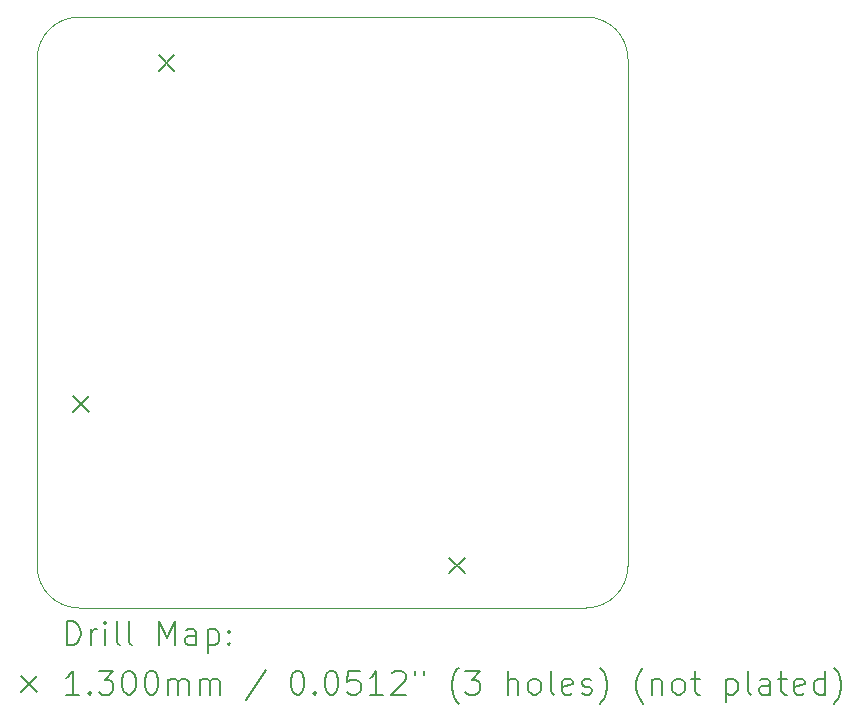
<source format=gbr>
%FSLAX45Y45*%
G04 Gerber Fmt 4.5, Leading zero omitted, Abs format (unit mm)*
G04 Created by KiCad (PCBNEW (6.0.2)) date 2022-07-14 22:42:06*
%MOMM*%
%LPD*%
G01*
G04 APERTURE LIST*
%TA.AperFunction,Profile*%
%ADD10C,0.100000*%
%TD*%
%ADD11C,0.200000*%
%ADD12C,0.130000*%
G04 APERTURE END LIST*
D10*
X10500000Y-3350000D02*
G75*
G03*
X10150000Y-3000000I-350000J0D01*
G01*
X5850000Y-3000000D02*
G75*
G03*
X5500000Y-3350000I0J-350000D01*
G01*
X10150000Y-8000000D02*
X5850000Y-8000000D01*
X5500000Y-7650000D02*
X5500000Y-3350000D01*
X5500000Y-7650000D02*
G75*
G03*
X5850000Y-8000000I350000J0D01*
G01*
X5850000Y-3000000D02*
X10150000Y-3000000D01*
X10500000Y-3350000D02*
X10500000Y-7650000D01*
X10150000Y-8000000D02*
G75*
G03*
X10500000Y-7650000I0J350000D01*
G01*
D11*
D12*
X5806000Y-6210000D02*
X5936000Y-6340000D01*
X5936000Y-6210000D02*
X5806000Y-6340000D01*
X6527500Y-3321500D02*
X6657500Y-3451500D01*
X6657500Y-3321500D02*
X6527500Y-3451500D01*
X8989000Y-7580000D02*
X9119000Y-7710000D01*
X9119000Y-7580000D02*
X8989000Y-7710000D01*
D11*
X5752619Y-8315476D02*
X5752619Y-8115476D01*
X5800238Y-8115476D01*
X5828809Y-8125000D01*
X5847857Y-8144048D01*
X5857381Y-8163095D01*
X5866905Y-8201190D01*
X5866905Y-8229762D01*
X5857381Y-8267857D01*
X5847857Y-8286905D01*
X5828809Y-8305952D01*
X5800238Y-8315476D01*
X5752619Y-8315476D01*
X5952619Y-8315476D02*
X5952619Y-8182143D01*
X5952619Y-8220238D02*
X5962143Y-8201190D01*
X5971667Y-8191667D01*
X5990714Y-8182143D01*
X6009762Y-8182143D01*
X6076428Y-8315476D02*
X6076428Y-8182143D01*
X6076428Y-8115476D02*
X6066905Y-8125000D01*
X6076428Y-8134524D01*
X6085952Y-8125000D01*
X6076428Y-8115476D01*
X6076428Y-8134524D01*
X6200238Y-8315476D02*
X6181190Y-8305952D01*
X6171667Y-8286905D01*
X6171667Y-8115476D01*
X6305000Y-8315476D02*
X6285952Y-8305952D01*
X6276428Y-8286905D01*
X6276428Y-8115476D01*
X6533571Y-8315476D02*
X6533571Y-8115476D01*
X6600238Y-8258333D01*
X6666905Y-8115476D01*
X6666905Y-8315476D01*
X6847857Y-8315476D02*
X6847857Y-8210714D01*
X6838333Y-8191667D01*
X6819286Y-8182143D01*
X6781190Y-8182143D01*
X6762143Y-8191667D01*
X6847857Y-8305952D02*
X6828809Y-8315476D01*
X6781190Y-8315476D01*
X6762143Y-8305952D01*
X6752619Y-8286905D01*
X6752619Y-8267857D01*
X6762143Y-8248809D01*
X6781190Y-8239286D01*
X6828809Y-8239286D01*
X6847857Y-8229762D01*
X6943095Y-8182143D02*
X6943095Y-8382143D01*
X6943095Y-8191667D02*
X6962143Y-8182143D01*
X7000238Y-8182143D01*
X7019286Y-8191667D01*
X7028809Y-8201190D01*
X7038333Y-8220238D01*
X7038333Y-8277381D01*
X7028809Y-8296428D01*
X7019286Y-8305952D01*
X7000238Y-8315476D01*
X6962143Y-8315476D01*
X6943095Y-8305952D01*
X7124048Y-8296428D02*
X7133571Y-8305952D01*
X7124048Y-8315476D01*
X7114524Y-8305952D01*
X7124048Y-8296428D01*
X7124048Y-8315476D01*
X7124048Y-8191667D02*
X7133571Y-8201190D01*
X7124048Y-8210714D01*
X7114524Y-8201190D01*
X7124048Y-8191667D01*
X7124048Y-8210714D01*
D12*
X5365000Y-8580000D02*
X5495000Y-8710000D01*
X5495000Y-8580000D02*
X5365000Y-8710000D01*
D11*
X5857381Y-8735476D02*
X5743095Y-8735476D01*
X5800238Y-8735476D02*
X5800238Y-8535476D01*
X5781190Y-8564048D01*
X5762143Y-8583095D01*
X5743095Y-8592619D01*
X5943095Y-8716429D02*
X5952619Y-8725952D01*
X5943095Y-8735476D01*
X5933571Y-8725952D01*
X5943095Y-8716429D01*
X5943095Y-8735476D01*
X6019286Y-8535476D02*
X6143095Y-8535476D01*
X6076428Y-8611667D01*
X6105000Y-8611667D01*
X6124048Y-8621190D01*
X6133571Y-8630714D01*
X6143095Y-8649762D01*
X6143095Y-8697381D01*
X6133571Y-8716429D01*
X6124048Y-8725952D01*
X6105000Y-8735476D01*
X6047857Y-8735476D01*
X6028809Y-8725952D01*
X6019286Y-8716429D01*
X6266905Y-8535476D02*
X6285952Y-8535476D01*
X6305000Y-8545000D01*
X6314524Y-8554524D01*
X6324048Y-8573571D01*
X6333571Y-8611667D01*
X6333571Y-8659286D01*
X6324048Y-8697381D01*
X6314524Y-8716429D01*
X6305000Y-8725952D01*
X6285952Y-8735476D01*
X6266905Y-8735476D01*
X6247857Y-8725952D01*
X6238333Y-8716429D01*
X6228809Y-8697381D01*
X6219286Y-8659286D01*
X6219286Y-8611667D01*
X6228809Y-8573571D01*
X6238333Y-8554524D01*
X6247857Y-8545000D01*
X6266905Y-8535476D01*
X6457381Y-8535476D02*
X6476428Y-8535476D01*
X6495476Y-8545000D01*
X6505000Y-8554524D01*
X6514524Y-8573571D01*
X6524048Y-8611667D01*
X6524048Y-8659286D01*
X6514524Y-8697381D01*
X6505000Y-8716429D01*
X6495476Y-8725952D01*
X6476428Y-8735476D01*
X6457381Y-8735476D01*
X6438333Y-8725952D01*
X6428809Y-8716429D01*
X6419286Y-8697381D01*
X6409762Y-8659286D01*
X6409762Y-8611667D01*
X6419286Y-8573571D01*
X6428809Y-8554524D01*
X6438333Y-8545000D01*
X6457381Y-8535476D01*
X6609762Y-8735476D02*
X6609762Y-8602143D01*
X6609762Y-8621190D02*
X6619286Y-8611667D01*
X6638333Y-8602143D01*
X6666905Y-8602143D01*
X6685952Y-8611667D01*
X6695476Y-8630714D01*
X6695476Y-8735476D01*
X6695476Y-8630714D02*
X6705000Y-8611667D01*
X6724048Y-8602143D01*
X6752619Y-8602143D01*
X6771667Y-8611667D01*
X6781190Y-8630714D01*
X6781190Y-8735476D01*
X6876428Y-8735476D02*
X6876428Y-8602143D01*
X6876428Y-8621190D02*
X6885952Y-8611667D01*
X6905000Y-8602143D01*
X6933571Y-8602143D01*
X6952619Y-8611667D01*
X6962143Y-8630714D01*
X6962143Y-8735476D01*
X6962143Y-8630714D02*
X6971667Y-8611667D01*
X6990714Y-8602143D01*
X7019286Y-8602143D01*
X7038333Y-8611667D01*
X7047857Y-8630714D01*
X7047857Y-8735476D01*
X7438333Y-8525952D02*
X7266905Y-8783095D01*
X7695476Y-8535476D02*
X7714524Y-8535476D01*
X7733571Y-8545000D01*
X7743095Y-8554524D01*
X7752619Y-8573571D01*
X7762143Y-8611667D01*
X7762143Y-8659286D01*
X7752619Y-8697381D01*
X7743095Y-8716429D01*
X7733571Y-8725952D01*
X7714524Y-8735476D01*
X7695476Y-8735476D01*
X7676428Y-8725952D01*
X7666905Y-8716429D01*
X7657381Y-8697381D01*
X7647857Y-8659286D01*
X7647857Y-8611667D01*
X7657381Y-8573571D01*
X7666905Y-8554524D01*
X7676428Y-8545000D01*
X7695476Y-8535476D01*
X7847857Y-8716429D02*
X7857381Y-8725952D01*
X7847857Y-8735476D01*
X7838333Y-8725952D01*
X7847857Y-8716429D01*
X7847857Y-8735476D01*
X7981190Y-8535476D02*
X8000238Y-8535476D01*
X8019286Y-8545000D01*
X8028809Y-8554524D01*
X8038333Y-8573571D01*
X8047857Y-8611667D01*
X8047857Y-8659286D01*
X8038333Y-8697381D01*
X8028809Y-8716429D01*
X8019286Y-8725952D01*
X8000238Y-8735476D01*
X7981190Y-8735476D01*
X7962143Y-8725952D01*
X7952619Y-8716429D01*
X7943095Y-8697381D01*
X7933571Y-8659286D01*
X7933571Y-8611667D01*
X7943095Y-8573571D01*
X7952619Y-8554524D01*
X7962143Y-8545000D01*
X7981190Y-8535476D01*
X8228809Y-8535476D02*
X8133571Y-8535476D01*
X8124048Y-8630714D01*
X8133571Y-8621190D01*
X8152619Y-8611667D01*
X8200238Y-8611667D01*
X8219286Y-8621190D01*
X8228809Y-8630714D01*
X8238333Y-8649762D01*
X8238333Y-8697381D01*
X8228809Y-8716429D01*
X8219286Y-8725952D01*
X8200238Y-8735476D01*
X8152619Y-8735476D01*
X8133571Y-8725952D01*
X8124048Y-8716429D01*
X8428810Y-8735476D02*
X8314524Y-8735476D01*
X8371667Y-8735476D02*
X8371667Y-8535476D01*
X8352619Y-8564048D01*
X8333571Y-8583095D01*
X8314524Y-8592619D01*
X8505000Y-8554524D02*
X8514524Y-8545000D01*
X8533571Y-8535476D01*
X8581190Y-8535476D01*
X8600238Y-8545000D01*
X8609762Y-8554524D01*
X8619286Y-8573571D01*
X8619286Y-8592619D01*
X8609762Y-8621190D01*
X8495476Y-8735476D01*
X8619286Y-8735476D01*
X8695476Y-8535476D02*
X8695476Y-8573571D01*
X8771667Y-8535476D02*
X8771667Y-8573571D01*
X9066905Y-8811667D02*
X9057381Y-8802143D01*
X9038333Y-8773571D01*
X9028810Y-8754524D01*
X9019286Y-8725952D01*
X9009762Y-8678333D01*
X9009762Y-8640238D01*
X9019286Y-8592619D01*
X9028810Y-8564048D01*
X9038333Y-8545000D01*
X9057381Y-8516429D01*
X9066905Y-8506905D01*
X9124048Y-8535476D02*
X9247857Y-8535476D01*
X9181190Y-8611667D01*
X9209762Y-8611667D01*
X9228810Y-8621190D01*
X9238333Y-8630714D01*
X9247857Y-8649762D01*
X9247857Y-8697381D01*
X9238333Y-8716429D01*
X9228810Y-8725952D01*
X9209762Y-8735476D01*
X9152619Y-8735476D01*
X9133571Y-8725952D01*
X9124048Y-8716429D01*
X9485952Y-8735476D02*
X9485952Y-8535476D01*
X9571667Y-8735476D02*
X9571667Y-8630714D01*
X9562143Y-8611667D01*
X9543095Y-8602143D01*
X9514524Y-8602143D01*
X9495476Y-8611667D01*
X9485952Y-8621190D01*
X9695476Y-8735476D02*
X9676429Y-8725952D01*
X9666905Y-8716429D01*
X9657381Y-8697381D01*
X9657381Y-8640238D01*
X9666905Y-8621190D01*
X9676429Y-8611667D01*
X9695476Y-8602143D01*
X9724048Y-8602143D01*
X9743095Y-8611667D01*
X9752619Y-8621190D01*
X9762143Y-8640238D01*
X9762143Y-8697381D01*
X9752619Y-8716429D01*
X9743095Y-8725952D01*
X9724048Y-8735476D01*
X9695476Y-8735476D01*
X9876429Y-8735476D02*
X9857381Y-8725952D01*
X9847857Y-8706905D01*
X9847857Y-8535476D01*
X10028810Y-8725952D02*
X10009762Y-8735476D01*
X9971667Y-8735476D01*
X9952619Y-8725952D01*
X9943095Y-8706905D01*
X9943095Y-8630714D01*
X9952619Y-8611667D01*
X9971667Y-8602143D01*
X10009762Y-8602143D01*
X10028810Y-8611667D01*
X10038333Y-8630714D01*
X10038333Y-8649762D01*
X9943095Y-8668810D01*
X10114524Y-8725952D02*
X10133571Y-8735476D01*
X10171667Y-8735476D01*
X10190714Y-8725952D01*
X10200238Y-8706905D01*
X10200238Y-8697381D01*
X10190714Y-8678333D01*
X10171667Y-8668810D01*
X10143095Y-8668810D01*
X10124048Y-8659286D01*
X10114524Y-8640238D01*
X10114524Y-8630714D01*
X10124048Y-8611667D01*
X10143095Y-8602143D01*
X10171667Y-8602143D01*
X10190714Y-8611667D01*
X10266905Y-8811667D02*
X10276429Y-8802143D01*
X10295476Y-8773571D01*
X10305000Y-8754524D01*
X10314524Y-8725952D01*
X10324048Y-8678333D01*
X10324048Y-8640238D01*
X10314524Y-8592619D01*
X10305000Y-8564048D01*
X10295476Y-8545000D01*
X10276429Y-8516429D01*
X10266905Y-8506905D01*
X10628810Y-8811667D02*
X10619286Y-8802143D01*
X10600238Y-8773571D01*
X10590714Y-8754524D01*
X10581190Y-8725952D01*
X10571667Y-8678333D01*
X10571667Y-8640238D01*
X10581190Y-8592619D01*
X10590714Y-8564048D01*
X10600238Y-8545000D01*
X10619286Y-8516429D01*
X10628810Y-8506905D01*
X10705000Y-8602143D02*
X10705000Y-8735476D01*
X10705000Y-8621190D02*
X10714524Y-8611667D01*
X10733571Y-8602143D01*
X10762143Y-8602143D01*
X10781190Y-8611667D01*
X10790714Y-8630714D01*
X10790714Y-8735476D01*
X10914524Y-8735476D02*
X10895476Y-8725952D01*
X10885952Y-8716429D01*
X10876429Y-8697381D01*
X10876429Y-8640238D01*
X10885952Y-8621190D01*
X10895476Y-8611667D01*
X10914524Y-8602143D01*
X10943095Y-8602143D01*
X10962143Y-8611667D01*
X10971667Y-8621190D01*
X10981190Y-8640238D01*
X10981190Y-8697381D01*
X10971667Y-8716429D01*
X10962143Y-8725952D01*
X10943095Y-8735476D01*
X10914524Y-8735476D01*
X11038333Y-8602143D02*
X11114524Y-8602143D01*
X11066905Y-8535476D02*
X11066905Y-8706905D01*
X11076429Y-8725952D01*
X11095476Y-8735476D01*
X11114524Y-8735476D01*
X11333571Y-8602143D02*
X11333571Y-8802143D01*
X11333571Y-8611667D02*
X11352619Y-8602143D01*
X11390714Y-8602143D01*
X11409762Y-8611667D01*
X11419286Y-8621190D01*
X11428809Y-8640238D01*
X11428809Y-8697381D01*
X11419286Y-8716429D01*
X11409762Y-8725952D01*
X11390714Y-8735476D01*
X11352619Y-8735476D01*
X11333571Y-8725952D01*
X11543095Y-8735476D02*
X11524048Y-8725952D01*
X11514524Y-8706905D01*
X11514524Y-8535476D01*
X11705000Y-8735476D02*
X11705000Y-8630714D01*
X11695476Y-8611667D01*
X11676428Y-8602143D01*
X11638333Y-8602143D01*
X11619286Y-8611667D01*
X11705000Y-8725952D02*
X11685952Y-8735476D01*
X11638333Y-8735476D01*
X11619286Y-8725952D01*
X11609762Y-8706905D01*
X11609762Y-8687857D01*
X11619286Y-8668810D01*
X11638333Y-8659286D01*
X11685952Y-8659286D01*
X11705000Y-8649762D01*
X11771667Y-8602143D02*
X11847857Y-8602143D01*
X11800238Y-8535476D02*
X11800238Y-8706905D01*
X11809762Y-8725952D01*
X11828809Y-8735476D01*
X11847857Y-8735476D01*
X11990714Y-8725952D02*
X11971667Y-8735476D01*
X11933571Y-8735476D01*
X11914524Y-8725952D01*
X11905000Y-8706905D01*
X11905000Y-8630714D01*
X11914524Y-8611667D01*
X11933571Y-8602143D01*
X11971667Y-8602143D01*
X11990714Y-8611667D01*
X12000238Y-8630714D01*
X12000238Y-8649762D01*
X11905000Y-8668810D01*
X12171667Y-8735476D02*
X12171667Y-8535476D01*
X12171667Y-8725952D02*
X12152619Y-8735476D01*
X12114524Y-8735476D01*
X12095476Y-8725952D01*
X12085952Y-8716429D01*
X12076428Y-8697381D01*
X12076428Y-8640238D01*
X12085952Y-8621190D01*
X12095476Y-8611667D01*
X12114524Y-8602143D01*
X12152619Y-8602143D01*
X12171667Y-8611667D01*
X12247857Y-8811667D02*
X12257381Y-8802143D01*
X12276428Y-8773571D01*
X12285952Y-8754524D01*
X12295476Y-8725952D01*
X12305000Y-8678333D01*
X12305000Y-8640238D01*
X12295476Y-8592619D01*
X12285952Y-8564048D01*
X12276428Y-8545000D01*
X12257381Y-8516429D01*
X12247857Y-8506905D01*
M02*

</source>
